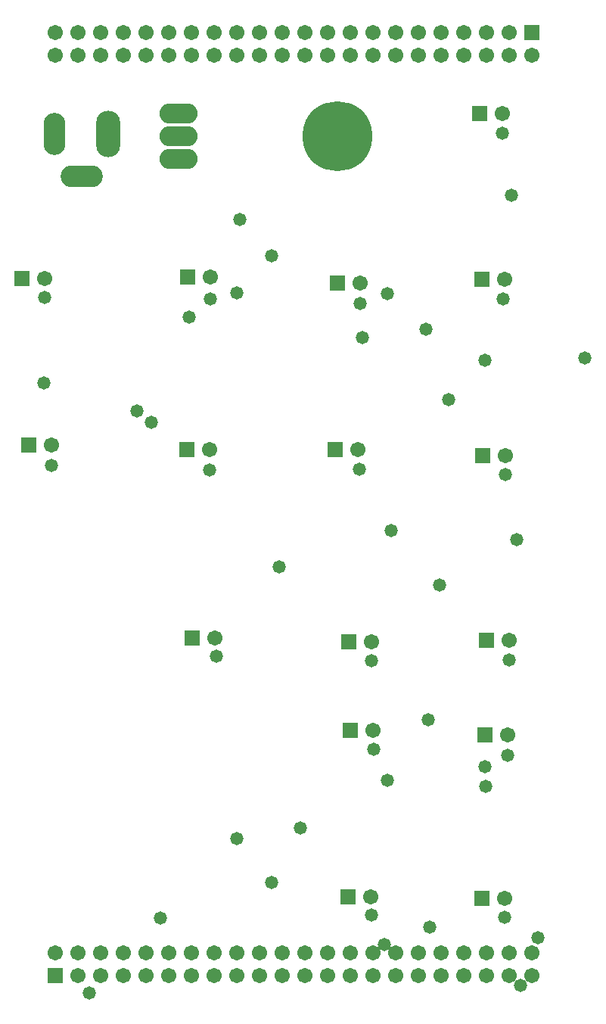
<source format=gbs>
G04*
G04 #@! TF.GenerationSoftware,Altium Limited,Altium Designer,19.1.5 (86)*
G04*
G04 Layer_Color=16711935*
%FSLAX25Y25*%
%MOIN*%
G70*
G01*
G75*
%ADD27C,0.06706*%
%ADD28R,0.06706X0.06706*%
%ADD29O,0.16800X0.08800*%
%ADD30C,0.30800*%
%ADD31O,0.10642X0.20485*%
%ADD32O,0.09658X0.18517*%
%ADD33O,0.18517X0.09658*%
%ADD34C,0.05800*%
D27*
X242500Y24000D02*
D03*
Y14000D02*
D03*
X232500Y24000D02*
D03*
Y14000D02*
D03*
X222500Y24000D02*
D03*
Y14000D02*
D03*
X212500Y24000D02*
D03*
Y14000D02*
D03*
X202500Y24000D02*
D03*
Y14000D02*
D03*
X192500Y24000D02*
D03*
Y14000D02*
D03*
X182500Y24000D02*
D03*
Y14000D02*
D03*
X172500Y24000D02*
D03*
Y14000D02*
D03*
X162500Y24000D02*
D03*
Y14000D02*
D03*
X152500Y24000D02*
D03*
Y14000D02*
D03*
X142500Y24000D02*
D03*
Y14000D02*
D03*
X132500Y24000D02*
D03*
Y14000D02*
D03*
X122500Y24000D02*
D03*
Y14000D02*
D03*
X112500Y24000D02*
D03*
Y14000D02*
D03*
X102500Y24000D02*
D03*
Y14000D02*
D03*
X92500Y24000D02*
D03*
Y14000D02*
D03*
X82500Y24000D02*
D03*
Y14000D02*
D03*
X72500Y24000D02*
D03*
Y14000D02*
D03*
X62500Y24000D02*
D03*
Y14000D02*
D03*
X52500Y24000D02*
D03*
Y14000D02*
D03*
X42500D02*
D03*
X32500Y24000D02*
D03*
X42500D02*
D03*
X32500Y419374D02*
D03*
Y429374D02*
D03*
X42500Y419374D02*
D03*
Y429374D02*
D03*
X52500Y419374D02*
D03*
Y429374D02*
D03*
X62500Y419374D02*
D03*
Y429374D02*
D03*
X72500Y419374D02*
D03*
Y429374D02*
D03*
X82500Y419374D02*
D03*
Y429374D02*
D03*
X92500Y419374D02*
D03*
Y429374D02*
D03*
X102500Y419374D02*
D03*
Y429374D02*
D03*
X112500Y419374D02*
D03*
Y429374D02*
D03*
X122500Y419374D02*
D03*
Y429374D02*
D03*
X132500Y419374D02*
D03*
Y429374D02*
D03*
X142500Y419374D02*
D03*
Y429374D02*
D03*
X152500Y419374D02*
D03*
Y429374D02*
D03*
X162500Y419374D02*
D03*
Y429374D02*
D03*
X172500Y419374D02*
D03*
Y429374D02*
D03*
X182500Y419374D02*
D03*
Y429374D02*
D03*
X192500Y419374D02*
D03*
Y429374D02*
D03*
X202500Y419374D02*
D03*
Y429374D02*
D03*
X212500Y419374D02*
D03*
Y429374D02*
D03*
X222500Y419374D02*
D03*
Y429374D02*
D03*
X232500D02*
D03*
X242500Y419374D02*
D03*
X232500D02*
D03*
X28000Y321000D02*
D03*
X31000Y247500D02*
D03*
X171500Y48500D02*
D03*
X172500Y122000D02*
D03*
X172000Y161000D02*
D03*
X166000Y245500D02*
D03*
X101000Y321500D02*
D03*
X100500Y245500D02*
D03*
X230500Y48000D02*
D03*
X232000Y120000D02*
D03*
X232500Y161500D02*
D03*
X103000Y162500D02*
D03*
X167000Y319000D02*
D03*
X231000Y243000D02*
D03*
X230500Y320500D02*
D03*
X229500Y393500D02*
D03*
D28*
X32500Y14000D02*
D03*
X242500Y429374D02*
D03*
X18000Y321000D02*
D03*
X21000Y247500D02*
D03*
X161500Y48500D02*
D03*
X162500Y122000D02*
D03*
X162000Y161000D02*
D03*
X156000Y245500D02*
D03*
X91000Y321500D02*
D03*
X90500Y245500D02*
D03*
X220500Y48000D02*
D03*
X222000Y120000D02*
D03*
X222500Y161500D02*
D03*
X93000Y162500D02*
D03*
X157000Y319000D02*
D03*
X221000Y243000D02*
D03*
X220500Y320500D02*
D03*
X219500Y393500D02*
D03*
D29*
X87000D02*
D03*
Y383500D02*
D03*
Y373500D02*
D03*
D30*
X157000Y383500D02*
D03*
D31*
X56000Y384500D02*
D03*
D32*
X32378D02*
D03*
D33*
X44189Y365996D02*
D03*
D34*
X222000Y106000D02*
D03*
X179000Y100000D02*
D03*
X180500Y210000D02*
D03*
X236000Y206000D02*
D03*
X266000Y286000D02*
D03*
X168000Y295000D02*
D03*
X196000Y298500D02*
D03*
X112500Y314500D02*
D03*
X91500Y304000D02*
D03*
X206000Y267500D02*
D03*
X222000Y285000D02*
D03*
X128000Y331000D02*
D03*
X114000Y347000D02*
D03*
X197600Y35300D02*
D03*
X196900Y126495D02*
D03*
X112500Y74274D02*
D03*
X79000Y39300D02*
D03*
X131247Y193953D02*
D03*
X140600Y78800D02*
D03*
X47500Y6200D02*
D03*
X27500Y274800D02*
D03*
X237500Y9400D02*
D03*
X127900Y55000D02*
D03*
X222250Y97100D02*
D03*
X74900Y257700D02*
D03*
X178900Y314100D02*
D03*
X68700Y262600D02*
D03*
X233600Y357600D02*
D03*
X202000Y185800D02*
D03*
X177500Y27600D02*
D03*
X245200Y30500D02*
D03*
X172000Y40500D02*
D03*
X230500Y39500D02*
D03*
X232000Y111000D02*
D03*
X232500Y153000D02*
D03*
X172000Y152500D02*
D03*
X173000Y113500D02*
D03*
X103500Y154500D02*
D03*
X166500Y237000D02*
D03*
X28000Y312500D02*
D03*
X101000Y312000D02*
D03*
X229500Y385000D02*
D03*
X230000Y312000D02*
D03*
X167000Y310000D02*
D03*
X231000Y234500D02*
D03*
X100500Y236500D02*
D03*
X31000Y238500D02*
D03*
M02*

</source>
